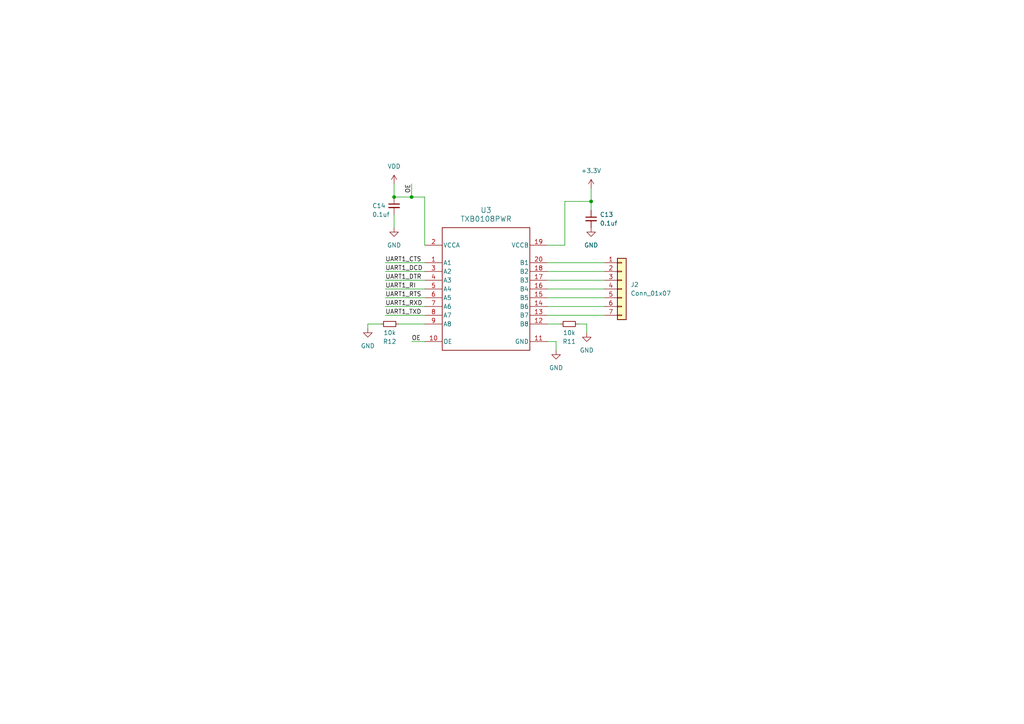
<source format=kicad_sch>
(kicad_sch (version 20230121) (generator eeschema)
  (paper "A4")
  (lib_symbols
    (symbol "2023-08-30_15-44-49:TXB0108PWR" (pin_names (offset 0.254))
      (property "Reference" "U" (at 0 2.54 0))
      (property "Value" "TXB0108PWR" (at 0 0 0))
      (symbol "TXB0108PWR_0_1"
        (polyline (pts (xy -12.7 -17.78) (xy 12.7 -17.78)) (stroke (width 0.2032)))
        (polyline (pts (xy -12.7 17.78) (xy -12.7 -17.78)) (stroke (width 0.2032)))
        (polyline (pts (xy 12.7 -17.78) (xy 12.7 17.78)) (stroke (width 0.2032)))
        (polyline (pts (xy 12.7 17.78) (xy -12.7 17.78)) (stroke (width 0.2032)))
        (pin bidirectional line (at -17.78 7.62 0) (length 5.08) (name "A1") (number "1"))
        (pin input line (at -17.78 -15.24 0) (length 5.08) (name "OE") (number "10"))
        (pin power_in line (at 17.78 -15.24 180) (length 5.08) (name "GND") (number "11"))
        (pin bidirectional line (at 17.78 -10.16 180) (length 5.08) (name "B8") (number "12"))
        (pin bidirectional line (at 17.78 -7.62 180) (length 5.08) (name "B7") (number "13"))
        (pin bidirectional line (at 17.78 -5.08 180) (length 5.08) (name "B6") (number "14"))
        (pin bidirectional line (at 17.78 -2.54 180) (length 5.08) (name "B5") (number "15"))
        (pin bidirectional line (at 17.78 0 180) (length 5.08) (name "B4") (number "16"))
        (pin bidirectional line (at 17.78 2.54 180) (length 5.08) (name "B3") (number "17"))
        (pin bidirectional line (at 17.78 5.08 180) (length 5.08) (name "B2") (number "18"))
        (pin power_in line (at 17.78 12.7 180) (length 5.08) (name "VCCB") (number "19"))
        (pin power_in line (at -17.78 12.7 0) (length 5.08) (name "VCCA") (number "2"))
        (pin bidirectional line (at 17.78 7.62 180) (length 5.08) (name "B1") (number "20"))
        (pin bidirectional line (at -17.78 5.08 0) (length 5.08) (name "A2") (number "3"))
        (pin bidirectional line (at -17.78 2.54 0) (length 5.08) (name "A3") (number "4"))
        (pin bidirectional line (at -17.78 0 0) (length 5.08) (name "A4") (number "5"))
        (pin bidirectional line (at -17.78 -2.54 0) (length 5.08) (name "A5") (number "6"))
        (pin bidirectional line (at -17.78 -5.08 0) (length 5.08) (name "A6") (number "7"))
        (pin bidirectional line (at -17.78 -7.62 0) (length 5.08) (name "A7") (number "8"))
        (pin bidirectional line (at -17.78 -10.16 0) (length 5.08) (name "A8") (number "9"))
      )
    )
    (symbol "Connector_Generic:Conn_01x07" (pin_names (offset 1.016) hide)
      (property "Reference" "J" (at 0 10.16 0))
      (property "Value" "Conn_01x07" (at 0 -10.16 0))
      (symbol "Conn_01x07_1_1"
        (rectangle (start -1.27 -7.493) (end 0 -7.747) (stroke (width 0.1524)))
        (rectangle (start -1.27 -4.953) (end 0 -5.207) (stroke (width 0.1524)))
        (rectangle (start -1.27 -2.413) (end 0 -2.667) (stroke (width 0.1524)))
        (rectangle (start -1.27 0.127) (end 0 -0.127) (stroke (width 0.1524)))
        (rectangle (start -1.27 2.667) (end 0 2.413) (stroke (width 0.1524)))
        (rectangle (start -1.27 5.207) (end 0 4.953) (stroke (width 0.1524)))
        (rectangle (start -1.27 7.747) (end 0 7.493) (stroke (width 0.1524)))
        (rectangle (start -1.27 8.89) (end 1.27 -8.89) (stroke (width 0.254)) (fill (type background)))
        (pin passive line (at -5.08 7.62 0) (length 3.81) (name "Pin_1") (number "1"))
        (pin passive line (at -5.08 5.08 0) (length 3.81) (name "Pin_2") (number "2"))
        (pin passive line (at -5.08 2.54 0) (length 3.81) (name "Pin_3") (number "3"))
        (pin passive line (at -5.08 0 0) (length 3.81) (name "Pin_4") (number "4"))
        (pin passive line (at -5.08 -2.54 0) (length 3.81) (name "Pin_5") (number "5"))
        (pin passive line (at -5.08 -5.08 0) (length 3.81) (name "Pin_6") (number "6"))
        (pin passive line (at -5.08 -7.62 0) (length 3.81) (name "Pin_7") (number "7"))
      )
    )
    (symbol "Device:C_Small" (pin_numbers hide) (pin_names (offset 0.254) hide)
      (property "Reference" "C" (at 0.254 1.778 0))
      (property "Value" "C_Small" (at 0.254 -2.032 0))
      (symbol "C_Small_0_1"
        (polyline (pts (xy -1.524 -0.508) (xy 1.524 -0.508)) (stroke (width 0.3302)))
        (polyline (pts (xy -1.524 0.508) (xy 1.524 0.508)) (stroke (width 0.3048)))
      )
      (symbol "C_Small_1_1"
        (pin passive line (at 0 2.54 270) (length 2.032) (name "~") (number "1"))
        (pin passive line (at 0 -2.54 90) (length 2.032) (name "~") (number "2"))
      )
    )
    (symbol "Device:R_Small" (pin_numbers hide) (pin_names (offset 0.254) hide)
      (property "Reference" "R" (at 0.762 0.508 0))
      (property "Value" "R_Small" (at 0.762 -1.016 0))
      (symbol "R_Small_0_1"
        (rectangle (start -0.762 1.778) (end 0.762 -1.778) (stroke (width 0.2032)))
      )
      (symbol "R_Small_1_1"
        (pin passive line (at 0 2.54 270) (length 0.762) (name "~") (number "1"))
        (pin passive line (at 0 -2.54 90) (length 0.762) (name "~") (number "2"))
      )
    )
    (symbol "power:+3.3V" (power) (pin_names (offset 0))
      (property "Value" "+3.3V" (at 0 3.556 0))
      (symbol "+3.3V_0_1"
        (polyline (pts (xy -0.762 1.27) (xy 0 2.54)))
        (polyline (pts (xy 0 0) (xy 0 2.54)))
        (polyline (pts (xy 0 2.54) (xy 0.762 1.27)))
      )
      (symbol "+3.3V_1_1"
        (pin power_in line (at 0 0 90) (length 0) hide (name "+3.3V") (number "1"))
      )
    )
    (symbol "power:GND" (power) (pin_names (offset 0))
      (property "Value" "GND" (at 0 -3.81 0))
      (symbol "GND_0_1"
        (polyline (pts (xy 0 0) (xy 0 -1.27) (xy 1.27 -1.27) (xy 0 -2.54) (xy -1.27 -1.27) (xy 0 -1.27)))
      )
      (symbol "GND_1_1"
        (pin power_in line (at 0 0 270) (length 0) hide (name "GND") (number "1"))
      )
    )
    (symbol "power:VDD" (power) (pin_names (offset 0))
      (property "Value" "VDD" (at 0 3.81 0))
      (symbol "VDD_0_1"
        (polyline (pts (xy -0.762 1.27) (xy 0 2.54)))
        (polyline (pts (xy 0 0) (xy 0 2.54)))
        (polyline (pts (xy 0 2.54) (xy 0.762 1.27)))
      )
      (symbol "VDD_1_1"
        (pin power_in line (at 0 0 90) (length 0) hide (name "VDD") (number "1"))
      )
    )
  )
  (junction (at 119.38 57.15))
  (junction (at 171.45 58.42))
  (junction (at 114.3 57.15))
  (wire (pts (xy 163.83 71.12) (xy 163.83 58.42)))
  (wire (pts (xy 171.45 58.42) (xy 171.45 60.96)))
  (wire (pts (xy 163.83 58.42) (xy 171.45 58.42)))
  (wire (pts (xy 114.3 57.15) (xy 119.38 57.15)))
  (wire (pts (xy 111.76 88.9) (xy 123.19 88.9)))
  (wire (pts (xy 111.76 83.82) (xy 123.19 83.82)))
  (wire (pts (xy 111.76 86.36) (xy 123.19 86.36)))
  (wire (pts (xy 111.76 76.2) (xy 123.19 76.2)))
  (wire (pts (xy 123.19 99.06) (xy 119.38 99.06)))
  (wire (pts (xy 111.76 91.44) (xy 123.19 91.44)))
  (wire (pts (xy 158.75 99.06) (xy 161.29 99.06)))
  (wire (pts (xy 111.76 78.74) (xy 123.19 78.74)))
  (wire (pts (xy 171.45 54.61) (xy 171.45 58.42)))
  (wire (pts (xy 110.49 93.98) (xy 106.68 93.98)))
  (wire (pts (xy 158.75 93.98) (xy 162.56 93.98)))
  (wire (pts (xy 158.75 71.12) (xy 163.83 71.12)))
  (wire (pts (xy 114.3 62.23) (xy 114.3 66.04)))
  (wire (pts (xy 114.3 53.34) (xy 114.3 57.15)))
  (wire (pts (xy 119.38 53.34) (xy 119.38 57.15)))
  (wire (pts (xy 161.29 99.06) (xy 161.29 101.6)))
  (wire (pts (xy 119.38 57.15) (xy 123.19 57.15)))
  (wire (pts (xy 111.76 81.28) (xy 123.19 81.28)))
  (wire (pts (xy 167.64 93.98) (xy 170.18 93.98)))
  (wire (pts (xy 158.75 78.74) (xy 175.26 78.74)))
  (wire (pts (xy 115.57 93.98) (xy 123.19 93.98)))
  (wire (pts (xy 158.75 76.2) (xy 175.26 76.2)))
  (wire (pts (xy 158.75 91.44) (xy 175.26 91.44)))
  (wire (pts (xy 158.75 81.28) (xy 175.26 81.28)))
  (wire (pts (xy 123.19 57.15) (xy 123.19 71.12)))
  (wire (pts (xy 158.75 86.36) (xy 175.26 86.36)))
  (wire (pts (xy 158.75 83.82) (xy 175.26 83.82)))
  (wire (pts (xy 158.75 88.9) (xy 175.26 88.9)))
  (wire (pts (xy 170.18 93.98) (xy 170.18 96.52)))
  (wire (pts (xy 106.68 93.98) (xy 106.68 95.25)))
  (label "UART1_RI" (at 111.76 83.82 0))
  (label "UART1_RTS" (at 111.76 86.36 0))
  (label "UART1_CTS" (at 111.76 76.2 0))
  (label "OE" (at 119.38 53.34 270))
  (label "OE" (at 119.38 99.06 0))
  (label "UART1_DCD" (at 111.76 78.74 0))
  (label "UART1_TXD" (at 111.76 91.44 0))
  (label "UART1_DTR" (at 111.76 81.28 0))
  (label "UART1_RXD" (at 111.76 88.9 0))
  (symbol (lib_id "Device:C_Small") (at 114.3 59.69 0) (unit 1)
    (property "Reference" "C14" (at 107.95 59.69 0) (effects (justify left)))
    (property "Value" "0.1uf" (at 107.95 62.23 0) (effects (justify left)))
    (property "Footprint" "Capacitor_SMD:C_0402_1005Metric" (effects hide))
  )
  (symbol (lib_id "power:GND") (at 171.45 66.04 0) (unit 1)
    (property "Reference" "#PWR022" (effects hide))
    (property "Value" "GND" (at 171.45 71.12 0))
    (instances (project "modulo_sim7080G" (path "" (reference "#PWR022") (unit 1)) (path "" (reference "#PWR034") (unit 1))))
  )
  (symbol (lib_id "power:GND") (at 114.3 66.04 0) (unit 1)
    (property "Reference" "#PWR024" (effects hide))
    (property "Value" "GND" (at 114.3 71.12 0))
    (instances (project "modulo_sim7080G" (path "" (reference "#PWR024") (unit 1)) (path "" (reference "#PWR030") (unit 1))))
  )
  (symbol (lib_id "power:VDD") (at 114.3 53.34 0) (unit 1)
    (property "Reference" "#PWR023" (effects hide))
    (property "Value" "VDD" (at 114.3 48.26 0))
    (instances (project "modulo_sim7080G" (path "" (reference "#PWR023") (unit 1)) (path "" (reference "#PWR027") (unit 1))))
  )
  (symbol (lib_id "Device:R_Small") (at 165.1 93.98 270) (unit 1)
    (property "Reference" "R11" (at 165.1 99.06 90))
    (property "Value" "10k" (at 165.1 96.52 90))
    (property "Footprint" "Resistor_SMD:R_0402_1005Metric" (effects hide))
  )
  (symbol (lib_id "power:+3.3V") (at 171.45 54.61 0) (unit 1)
    (property "Reference" "#PWR021" (effects hide))
    (property "Value" "+3.3V" (at 171.45 49.53 0))
    (instances (project "modulo_sim7080G" (path "" (reference "#PWR021") (unit 1)) (path "" (reference "#PWR033") (unit 1))))
  )
  (symbol (lib_id "Device:R_Small") (at 113.03 93.98 270) (unit 1)
    (property "Reference" "R12" (at 113.03 99.06 90))
    (property "Value" "10k" (at 113.03 96.52 90))
    (property "Footprint" "Resistor_SMD:R_0402_1005Metric" (effects hide))
  )
  (symbol (lib_id "Connector_Generic:Conn_01x07") (at 180.34 83.82 0) (unit 1)
    (property "Reference" "J2" (at 182.88 82.5499 0) (effects (justify left)))
    (property "Value" "Conn_01x07" (at 182.88 85.0899 0) (effects (justify left)))
    (property "Footprint" "Connector_PinHeader_2.54mm:PinHeader_1x07_P2.54mm_Vertical" (effects hide))
  )
  (symbol (lib_id "power:GND") (at 170.18 96.52 0) (unit 1)
    (property "Reference" "#PWR019" (effects hide))
    (property "Value" "GND" (at 170.18 101.6 0))
    (instances (project "modulo_sim7080G" (path "" (reference "#PWR019") (unit 1)) (path "" (reference "#PWR032") (unit 1))))
  )
  (symbol (lib_id "power:GND") (at 106.68 95.25 0) (unit 1)
    (property "Reference" "#PWR020" (effects hide))
    (property "Value" "GND" (at 106.68 100.33 0))
    (instances (project "modulo_sim7080G" (path "" (reference "#PWR020") (unit 1)) (path "" (reference "#PWR010") (unit 1))))
  )
  (symbol (lib_id "2023-08-30_15-44-49:TXB0108PWR") (at 140.97 83.82 0) (unit 1)
    (property "Reference" "U3" (at 140.97 60.96 0) (effects (font (size 1.524 1.524))))
    (property "Value" "TXB0108PWR" (at 140.97 63.5 0) (effects (font (size 1.524 1.524))))
    (property "Footprint" "footprints:PW0020A_N" (effects hide))
    (property "Datasheet" "TXB0108PWR" (effects hide))
  )
  (symbol (lib_id "power:GND") (at 161.29 101.6 0) (unit 1)
    (property "Reference" "#PWR018" (effects hide))
    (property "Value" "GND" (at 161.29 106.68 0))
    (instances (project "modulo_sim7080G" (path "" (reference "#PWR018") (unit 1)) (path "" (reference "#PWR031") (unit 1))))
  )
  (symbol (lib_id "Device:C_Small") (at 171.45 63.5 0) (unit 1)
    (property "Reference" "C13" (at 173.99 62.2363 0) (effects (justify left)))
    (property "Value" "0.1uf" (at 173.99 64.7763 0) (effects (justify left)))
    (property "Footprint" "Capacitor_SMD:C_0402_1005Metric" (effects hide))
  )
)
</source>
